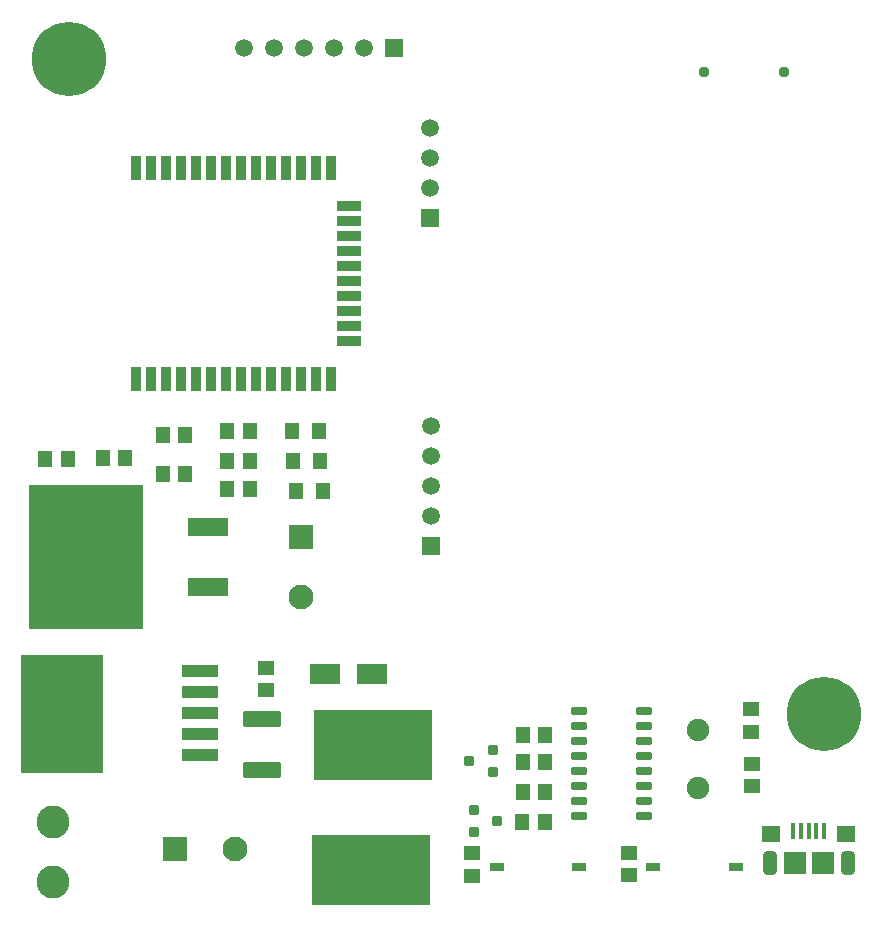
<source format=gbr>
%TF.GenerationSoftware,Altium Limited,Altium Designer,21.3.2 (30)*%
G04 Layer_Color=255*
%FSLAX24Y24*%
%MOIN*%
%TF.SameCoordinates,A906CF50-EBD2-4515-BF13-6977FA7C699A*%
%TF.FilePolarity,Positive*%
%TF.FileFunction,Pads,Top*%
%TF.Part,Single*%
G01*
G75*
%TA.AperFunction,SMDPad,CuDef*%
%ADD10R,0.0472X0.0551*%
G04:AMPARAMS|DCode=11|XSize=35.4mil|YSize=31.5mil|CornerRadius=3.9mil|HoleSize=0mil|Usage=FLASHONLY|Rotation=180.000|XOffset=0mil|YOffset=0mil|HoleType=Round|Shape=RoundedRectangle|*
%AMROUNDEDRECTD11*
21,1,0.0354,0.0236,0,0,180.0*
21,1,0.0276,0.0315,0,0,180.0*
1,1,0.0079,-0.0138,0.0118*
1,1,0.0079,0.0138,0.0118*
1,1,0.0079,0.0138,-0.0118*
1,1,0.0079,-0.0138,-0.0118*
%
%ADD11ROUNDEDRECTD11*%
%ADD12R,0.0472X0.0315*%
%ADD13R,0.0551X0.0472*%
G04:AMPARAMS|DCode=14|XSize=51.6mil|YSize=24.4mil|CornerRadius=3.1mil|HoleSize=0mil|Usage=FLASHONLY|Rotation=180.000|XOffset=0mil|YOffset=0mil|HoleType=Round|Shape=RoundedRectangle|*
%AMROUNDEDRECTD14*
21,1,0.0516,0.0183,0,0,180.0*
21,1,0.0455,0.0244,0,0,180.0*
1,1,0.0061,-0.0227,0.0092*
1,1,0.0061,0.0227,0.0092*
1,1,0.0061,0.0227,-0.0092*
1,1,0.0061,-0.0227,-0.0092*
%
%ADD14ROUNDEDRECTD14*%
%ADD15R,0.0500X0.0550*%
%ADD16R,0.0354X0.0787*%
%ADD17R,0.0787X0.0354*%
%ADD18R,0.0748X0.0748*%
%ADD19R,0.0157X0.0531*%
%ADD20R,0.0630X0.0551*%
%ADD21R,0.1378X0.0630*%
%ADD22R,0.3839X0.4803*%
%TA.AperFunction,ConnectorPad*%
%ADD23R,0.1200X0.0394*%
%ADD24R,0.2756X0.3937*%
%TA.AperFunction,SMDPad,CuDef*%
%ADD25R,0.3937X0.2362*%
%ADD26R,0.0984X0.0669*%
G04:AMPARAMS|DCode=27|XSize=52.8mil|YSize=129.5mil|CornerRadius=6.6mil|HoleSize=0mil|Usage=FLASHONLY|Rotation=270.000|XOffset=0mil|YOffset=0mil|HoleType=Round|Shape=RoundedRectangle|*
%AMROUNDEDRECTD27*
21,1,0.0528,0.1163,0,0,270.0*
21,1,0.0396,0.1295,0,0,270.0*
1,1,0.0132,-0.0582,-0.0198*
1,1,0.0132,-0.0582,0.0198*
1,1,0.0132,0.0582,0.0198*
1,1,0.0132,0.0582,-0.0198*
%
%ADD27ROUNDEDRECTD27*%
%TA.AperFunction,ViaPad*%
%ADD32C,0.2480*%
%TA.AperFunction,ComponentPad*%
%ADD33C,0.0750*%
%ADD34R,0.0598X0.0598*%
%ADD35C,0.0598*%
%ADD36C,0.0374*%
G04:AMPARAMS|DCode=37|XSize=78.7mil|YSize=47.2mil|CornerRadius=14.2mil|HoleSize=0mil|Usage=FLASHONLY|Rotation=90.000|XOffset=0mil|YOffset=0mil|HoleType=Round|Shape=RoundedRectangle|*
%AMROUNDEDRECTD37*
21,1,0.0787,0.0189,0,0,90.0*
21,1,0.0504,0.0472,0,0,90.0*
1,1,0.0283,0.0094,0.0252*
1,1,0.0283,0.0094,-0.0252*
1,1,0.0283,-0.0094,-0.0252*
1,1,0.0283,-0.0094,0.0252*
%
%ADD37ROUNDEDRECTD37*%
%ADD38C,0.0827*%
%ADD39R,0.0827X0.0827*%
%ADD40C,0.1100*%
%ADD41R,0.0827X0.0827*%
%ADD42R,0.0598X0.0598*%
D10*
X27500Y29700D02*
D03*
X26752D02*
D03*
X27476Y27726D02*
D03*
X26728D02*
D03*
X26748Y30624D02*
D03*
X27497D02*
D03*
X27500Y28700D02*
D03*
X26752D02*
D03*
X16902Y38800D02*
D03*
X17650D02*
D03*
X15500Y39300D02*
D03*
X14752D02*
D03*
X11576Y39799D02*
D03*
X10828D02*
D03*
X15500Y40600D02*
D03*
X14752D02*
D03*
X12750Y39850D02*
D03*
X13498D02*
D03*
X16902Y39750D02*
D03*
X17650D02*
D03*
X16902Y40750D02*
D03*
X17650D02*
D03*
D11*
X24956Y29750D02*
D03*
X25744Y30124D02*
D03*
Y29376D02*
D03*
X25894Y27750D02*
D03*
X25106Y27376D02*
D03*
Y28124D02*
D03*
D12*
X28628Y26200D02*
D03*
X25872D02*
D03*
X31094D02*
D03*
X33850D02*
D03*
D13*
X25049Y26672D02*
D03*
Y25924D02*
D03*
X30300Y26698D02*
D03*
Y25950D02*
D03*
X34400Y29648D02*
D03*
Y28900D02*
D03*
X34349Y31472D02*
D03*
Y30724D02*
D03*
X18200Y32850D02*
D03*
Y32102D02*
D03*
D14*
X28617Y27900D02*
D03*
Y28400D02*
D03*
X30783Y31400D02*
D03*
X28617Y30900D02*
D03*
X30783D02*
D03*
Y29900D02*
D03*
X28617Y31400D02*
D03*
X30783Y30400D02*
D03*
X28617D02*
D03*
Y29900D02*
D03*
Y28900D02*
D03*
X30783Y29400D02*
D03*
Y28900D02*
D03*
Y27900D02*
D03*
X28617Y29400D02*
D03*
X30783Y28400D02*
D03*
D15*
X19200Y38750D02*
D03*
X20100D02*
D03*
X19100Y39750D02*
D03*
X20000D02*
D03*
X19050Y40750D02*
D03*
X19950D02*
D03*
D16*
X13859Y42494D02*
D03*
X14359D02*
D03*
X14859D02*
D03*
X15359D02*
D03*
X15859D02*
D03*
X16359D02*
D03*
X16859D02*
D03*
X17359D02*
D03*
X17859D02*
D03*
X18359D02*
D03*
X18859D02*
D03*
X19363D02*
D03*
X19859D02*
D03*
X20359D02*
D03*
Y49502D02*
D03*
X13859D02*
D03*
X14359D02*
D03*
X14859D02*
D03*
X15359D02*
D03*
X15859D02*
D03*
X16359D02*
D03*
X16859D02*
D03*
X17359D02*
D03*
X17859D02*
D03*
X18359D02*
D03*
X18859D02*
D03*
X19359D02*
D03*
X19859D02*
D03*
D17*
X20950Y43750D02*
D03*
Y44250D02*
D03*
Y44750D02*
D03*
Y45250D02*
D03*
Y45750D02*
D03*
Y46250D02*
D03*
Y46750D02*
D03*
Y47250D02*
D03*
Y47750D02*
D03*
Y48250D02*
D03*
D18*
X35805Y26350D02*
D03*
X36750D02*
D03*
D19*
X35766Y27403D02*
D03*
X36022D02*
D03*
X36278D02*
D03*
X36533D02*
D03*
X36789D02*
D03*
D20*
X35018Y27315D02*
D03*
X37537D02*
D03*
D21*
X16238Y35550D02*
D03*
Y37550D02*
D03*
D22*
X12193Y36550D02*
D03*
D23*
X16000Y29950D02*
D03*
Y30650D02*
D03*
Y31350D02*
D03*
Y32050D02*
D03*
Y32750D02*
D03*
D24*
X11400Y31300D02*
D03*
D25*
X21739Y30273D02*
D03*
X21700Y26100D02*
D03*
D26*
X20163Y32650D02*
D03*
X21737D02*
D03*
D27*
X18050Y29454D02*
D03*
Y31146D02*
D03*
D32*
X36800Y31300D02*
D03*
X11620Y53160D02*
D03*
D33*
X32600Y30779D02*
D03*
Y28850D02*
D03*
D34*
X22450Y53500D02*
D03*
D35*
X21450D02*
D03*
X20450D02*
D03*
X19450D02*
D03*
X18450D02*
D03*
X17450D02*
D03*
X23650Y48850D02*
D03*
Y49850D02*
D03*
Y50850D02*
D03*
X23700Y37900D02*
D03*
Y38900D02*
D03*
Y39900D02*
D03*
Y40900D02*
D03*
D36*
X32773Y52700D02*
D03*
X35450D02*
D03*
D37*
X34978Y26350D02*
D03*
X37577D02*
D03*
D38*
X19350Y35200D02*
D03*
X17150Y26800D02*
D03*
D39*
X19350Y37200D02*
D03*
D40*
X11100Y25700D02*
D03*
Y27700D02*
D03*
D41*
X15150Y26800D02*
D03*
D42*
X23650Y47850D02*
D03*
X23700Y36900D02*
D03*
%TF.MD5,cee5107ad4f6b1162d02a82f3d1ff8df*%
M02*

</source>
